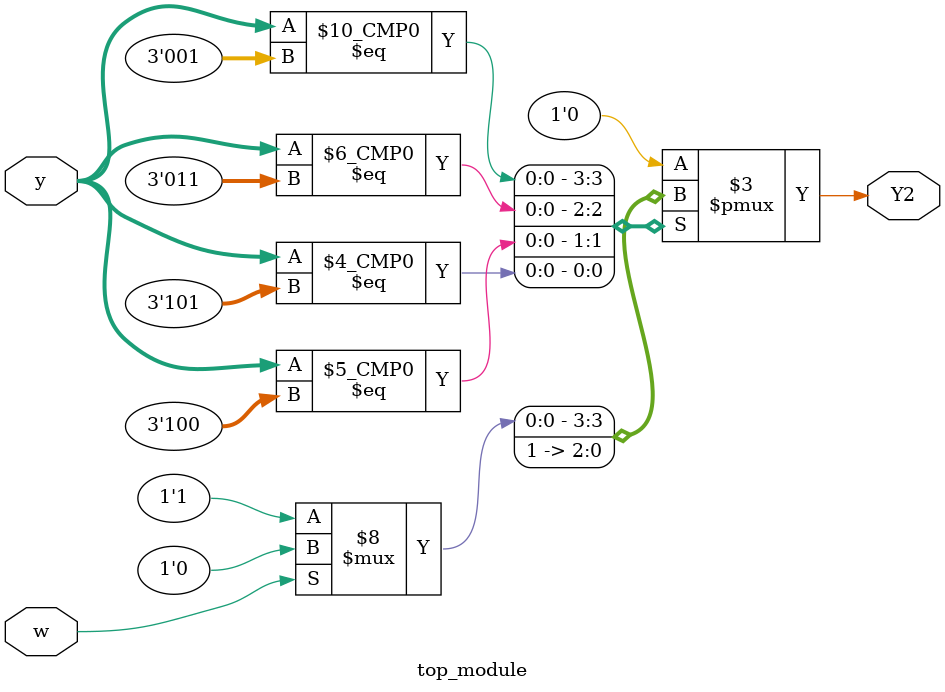
<source format=sv>
module top_module(
	input [3:1] y,
	input w,
	output reg Y2);

	always @(y, w) begin
		case(y)
			3'b000: Y2 <= 1'b0;
			3'b001: if(w) Y2 <= 1'b0;
			        else Y2 <= 1'b1;
			3'b010: Y2 <= 1'b0;
			3'b011: Y2 <= 1'b1;
			3'b100: Y2 <= 1'b1;
			3'b101: Y2 <= 1'b1;
			default: Y2 <= 1'b0;
		endcase
	end
	
endmodule

</source>
